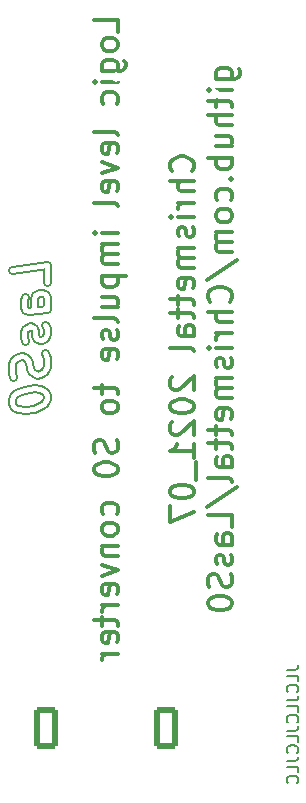
<source format=gbo>
%TF.GenerationSoftware,KiCad,Pcbnew,(5.99.0-11393-ga06b95bb1f)*%
%TF.CreationDate,2021-07-10T21:53:40+02:00*%
%TF.ProjectId,LasS0,4c617353-302e-46b6-9963-61645f706362,v0.1*%
%TF.SameCoordinates,Original*%
%TF.FileFunction,Legend,Bot*%
%TF.FilePolarity,Positive*%
%FSLAX46Y46*%
G04 Gerber Fmt 4.6, Leading zero omitted, Abs format (unit mm)*
G04 Created by KiCad (PCBNEW (5.99.0-11393-ga06b95bb1f)) date 2021-07-10 21:53:40*
%MOMM*%
%LPD*%
G01*
G04 APERTURE LIST*
G04 Aperture macros list*
%AMRoundRect*
0 Rectangle with rounded corners*
0 $1 Rounding radius*
0 $2 $3 $4 $5 $6 $7 $8 $9 X,Y pos of 4 corners*
0 Add a 4 corners polygon primitive as box body*
4,1,4,$2,$3,$4,$5,$6,$7,$8,$9,$2,$3,0*
0 Add four circle primitives for the rounded corners*
1,1,$1+$1,$2,$3*
1,1,$1+$1,$4,$5*
1,1,$1+$1,$6,$7*
1,1,$1+$1,$8,$9*
0 Add four rect primitives between the rounded corners*
20,1,$1+$1,$2,$3,$4,$5,0*
20,1,$1+$1,$4,$5,$6,$7,0*
20,1,$1+$1,$6,$7,$8,$9,0*
20,1,$1+$1,$8,$9,$2,$3,0*%
G04 Aperture macros list end*
%ADD10C,0.750000*%
%ADD11C,0.300000*%
%ADD12C,0.150000*%
%ADD13C,0.400000*%
%ADD14RoundRect,0.249999X0.790001X1.550001X-0.790001X1.550001X-0.790001X-1.550001X0.790001X-1.550001X0*%
%ADD15O,2.080000X3.600000*%
%ADD16R,1.700000X1.700000*%
%ADD17C,5.700000*%
%ADD18O,1.600000X1.600000*%
%ADD19C,1.600000*%
%ADD20RoundRect,0.249999X-0.790001X-1.550001X0.790001X-1.550001X0.790001X1.550001X-0.790001X1.550001X0*%
%ADD21O,1.700000X1.700000*%
%ADD22C,0.800000*%
G04 APERTURE END LIST*
D10*
X140977142Y-95215982D02*
X140977142Y-93787410D01*
X137977142Y-94162410D01*
X140977142Y-97501696D02*
X139405714Y-97698125D01*
X139120000Y-97590982D01*
X138977142Y-97323125D01*
X138977142Y-96751696D01*
X139120000Y-96448125D01*
X140834285Y-97519553D02*
X140977142Y-97215982D01*
X140977142Y-96501696D01*
X140834285Y-96233839D01*
X140548571Y-96126696D01*
X140262857Y-96162410D01*
X139977142Y-96340982D01*
X139834285Y-96644553D01*
X139834285Y-97358839D01*
X139691428Y-97662410D01*
X140834285Y-98805267D02*
X140977142Y-99073125D01*
X140977142Y-99644553D01*
X140834285Y-99948125D01*
X140548571Y-100126696D01*
X140405714Y-100144553D01*
X140120000Y-100037410D01*
X139977142Y-99769553D01*
X139977142Y-99340982D01*
X139834285Y-99073125D01*
X139548571Y-98965982D01*
X139405714Y-98983839D01*
X139120000Y-99162410D01*
X138977142Y-99465982D01*
X138977142Y-99894553D01*
X139120000Y-100162410D01*
X140834285Y-101233839D02*
X140977142Y-101644553D01*
X140977142Y-102358839D01*
X140834285Y-102662410D01*
X140691428Y-102823125D01*
X140405714Y-103001696D01*
X140120000Y-103037410D01*
X139834285Y-102930267D01*
X139691428Y-102805267D01*
X139548571Y-102537410D01*
X139405714Y-101983839D01*
X139262857Y-101715982D01*
X139120000Y-101590982D01*
X138834285Y-101483839D01*
X138548571Y-101519553D01*
X138262857Y-101698125D01*
X138120000Y-101858839D01*
X137977142Y-102162410D01*
X137977142Y-102876696D01*
X138120000Y-103287410D01*
X137977142Y-105162410D02*
X137977142Y-105448125D01*
X138120000Y-105715982D01*
X138262857Y-105840982D01*
X138548571Y-105948125D01*
X139120000Y-106019553D01*
X139834285Y-105930267D01*
X140405714Y-105715982D01*
X140691428Y-105537410D01*
X140834285Y-105376696D01*
X140977142Y-105073125D01*
X140977142Y-104787410D01*
X140834285Y-104519553D01*
X140691428Y-104394553D01*
X140405714Y-104287410D01*
X139834285Y-104215982D01*
X139120000Y-104305267D01*
X138548571Y-104519553D01*
X138262857Y-104698125D01*
X138120000Y-104858839D01*
X137977142Y-105162410D01*
D11*
X146952761Y-73999999D02*
X146952761Y-73047619D01*
X144952761Y-73047619D01*
X146952761Y-74952380D02*
X146857523Y-74761904D01*
X146762285Y-74666666D01*
X146571809Y-74571428D01*
X146000380Y-74571428D01*
X145809904Y-74666666D01*
X145714666Y-74761904D01*
X145619428Y-74952380D01*
X145619428Y-75238095D01*
X145714666Y-75428571D01*
X145809904Y-75523809D01*
X146000380Y-75619047D01*
X146571809Y-75619047D01*
X146762285Y-75523809D01*
X146857523Y-75428571D01*
X146952761Y-75238095D01*
X146952761Y-74952380D01*
X145619428Y-77333333D02*
X147238476Y-77333333D01*
X147428952Y-77238095D01*
X147524190Y-77142857D01*
X147619428Y-76952380D01*
X147619428Y-76666666D01*
X147524190Y-76476190D01*
X146857523Y-77333333D02*
X146952761Y-77142857D01*
X146952761Y-76761904D01*
X146857523Y-76571428D01*
X146762285Y-76476190D01*
X146571809Y-76380952D01*
X146000380Y-76380952D01*
X145809904Y-76476190D01*
X145714666Y-76571428D01*
X145619428Y-76761904D01*
X145619428Y-77142857D01*
X145714666Y-77333333D01*
X146952761Y-78285714D02*
X145619428Y-78285714D01*
X144952761Y-78285714D02*
X145048000Y-78190476D01*
X145143238Y-78285714D01*
X145048000Y-78380952D01*
X144952761Y-78285714D01*
X145143238Y-78285714D01*
X146857523Y-80095238D02*
X146952761Y-79904761D01*
X146952761Y-79523809D01*
X146857523Y-79333333D01*
X146762285Y-79238095D01*
X146571809Y-79142857D01*
X146000380Y-79142857D01*
X145809904Y-79238095D01*
X145714666Y-79333333D01*
X145619428Y-79523809D01*
X145619428Y-79904761D01*
X145714666Y-80095238D01*
X146952761Y-82761904D02*
X146857523Y-82571428D01*
X146667047Y-82476190D01*
X144952761Y-82476190D01*
X146857523Y-84285714D02*
X146952761Y-84095238D01*
X146952761Y-83714285D01*
X146857523Y-83523809D01*
X146667047Y-83428571D01*
X145905142Y-83428571D01*
X145714666Y-83523809D01*
X145619428Y-83714285D01*
X145619428Y-84095238D01*
X145714666Y-84285714D01*
X145905142Y-84380952D01*
X146095619Y-84380952D01*
X146286095Y-83428571D01*
X145619428Y-85047619D02*
X146952761Y-85523809D01*
X145619428Y-85999999D01*
X146857523Y-87523809D02*
X146952761Y-87333333D01*
X146952761Y-86952380D01*
X146857523Y-86761904D01*
X146667047Y-86666666D01*
X145905142Y-86666666D01*
X145714666Y-86761904D01*
X145619428Y-86952380D01*
X145619428Y-87333333D01*
X145714666Y-87523809D01*
X145905142Y-87619047D01*
X146095619Y-87619047D01*
X146286095Y-86666666D01*
X146952761Y-88761904D02*
X146857523Y-88571428D01*
X146667047Y-88476190D01*
X144952761Y-88476190D01*
X146952761Y-91047619D02*
X145619428Y-91047619D01*
X144952761Y-91047619D02*
X145048000Y-90952380D01*
X145143238Y-91047619D01*
X145048000Y-91142857D01*
X144952761Y-91047619D01*
X145143238Y-91047619D01*
X146952761Y-91999999D02*
X145619428Y-91999999D01*
X145809904Y-91999999D02*
X145714666Y-92095238D01*
X145619428Y-92285714D01*
X145619428Y-92571428D01*
X145714666Y-92761904D01*
X145905142Y-92857142D01*
X146952761Y-92857142D01*
X145905142Y-92857142D02*
X145714666Y-92952380D01*
X145619428Y-93142857D01*
X145619428Y-93428571D01*
X145714666Y-93619047D01*
X145905142Y-93714285D01*
X146952761Y-93714285D01*
X145619428Y-94666666D02*
X147619428Y-94666666D01*
X145714666Y-94666666D02*
X145619428Y-94857142D01*
X145619428Y-95238095D01*
X145714666Y-95428571D01*
X145809904Y-95523809D01*
X146000380Y-95619047D01*
X146571809Y-95619047D01*
X146762285Y-95523809D01*
X146857523Y-95428571D01*
X146952761Y-95238095D01*
X146952761Y-94857142D01*
X146857523Y-94666666D01*
X145619428Y-97333333D02*
X146952761Y-97333333D01*
X145619428Y-96476190D02*
X146667047Y-96476190D01*
X146857523Y-96571428D01*
X146952761Y-96761904D01*
X146952761Y-97047619D01*
X146857523Y-97238095D01*
X146762285Y-97333333D01*
X146952761Y-98571428D02*
X146857523Y-98380952D01*
X146667047Y-98285714D01*
X144952761Y-98285714D01*
X146857523Y-99238095D02*
X146952761Y-99428571D01*
X146952761Y-99809523D01*
X146857523Y-99999999D01*
X146667047Y-100095238D01*
X146571809Y-100095238D01*
X146381333Y-99999999D01*
X146286095Y-99809523D01*
X146286095Y-99523809D01*
X146190857Y-99333333D01*
X146000380Y-99238095D01*
X145905142Y-99238095D01*
X145714666Y-99333333D01*
X145619428Y-99523809D01*
X145619428Y-99809523D01*
X145714666Y-99999999D01*
X146857523Y-101714285D02*
X146952761Y-101523809D01*
X146952761Y-101142857D01*
X146857523Y-100952380D01*
X146667047Y-100857142D01*
X145905142Y-100857142D01*
X145714666Y-100952380D01*
X145619428Y-101142857D01*
X145619428Y-101523809D01*
X145714666Y-101714285D01*
X145905142Y-101809523D01*
X146095619Y-101809523D01*
X146286095Y-100857142D01*
X145619428Y-103904761D02*
X145619428Y-104666666D01*
X144952761Y-104190476D02*
X146667047Y-104190476D01*
X146857523Y-104285714D01*
X146952761Y-104476190D01*
X146952761Y-104666666D01*
X146952761Y-105619047D02*
X146857523Y-105428571D01*
X146762285Y-105333333D01*
X146571809Y-105238095D01*
X146000380Y-105238095D01*
X145809904Y-105333333D01*
X145714666Y-105428571D01*
X145619428Y-105619047D01*
X145619428Y-105904761D01*
X145714666Y-106095238D01*
X145809904Y-106190476D01*
X146000380Y-106285714D01*
X146571809Y-106285714D01*
X146762285Y-106190476D01*
X146857523Y-106095238D01*
X146952761Y-105904761D01*
X146952761Y-105619047D01*
X146857523Y-108571428D02*
X146952761Y-108857142D01*
X146952761Y-109333333D01*
X146857523Y-109523809D01*
X146762285Y-109619047D01*
X146571809Y-109714285D01*
X146381333Y-109714285D01*
X146190857Y-109619047D01*
X146095619Y-109523809D01*
X146000380Y-109333333D01*
X145905142Y-108952380D01*
X145809904Y-108761904D01*
X145714666Y-108666666D01*
X145524190Y-108571428D01*
X145333714Y-108571428D01*
X145143238Y-108666666D01*
X145048000Y-108761904D01*
X144952761Y-108952380D01*
X144952761Y-109428571D01*
X145048000Y-109714285D01*
X144952761Y-110952380D02*
X144952761Y-111142857D01*
X145048000Y-111333333D01*
X145143238Y-111428571D01*
X145333714Y-111523809D01*
X145714666Y-111619047D01*
X146190857Y-111619047D01*
X146571809Y-111523809D01*
X146762285Y-111428571D01*
X146857523Y-111333333D01*
X146952761Y-111142857D01*
X146952761Y-110952380D01*
X146857523Y-110761904D01*
X146762285Y-110666666D01*
X146571809Y-110571428D01*
X146190857Y-110476190D01*
X145714666Y-110476190D01*
X145333714Y-110571428D01*
X145143238Y-110666666D01*
X145048000Y-110761904D01*
X144952761Y-110952380D01*
X146857523Y-114857142D02*
X146952761Y-114666666D01*
X146952761Y-114285714D01*
X146857523Y-114095238D01*
X146762285Y-113999999D01*
X146571809Y-113904761D01*
X146000380Y-113904761D01*
X145809904Y-113999999D01*
X145714666Y-114095238D01*
X145619428Y-114285714D01*
X145619428Y-114666666D01*
X145714666Y-114857142D01*
X146952761Y-115999999D02*
X146857523Y-115809523D01*
X146762285Y-115714285D01*
X146571809Y-115619047D01*
X146000380Y-115619047D01*
X145809904Y-115714285D01*
X145714666Y-115809523D01*
X145619428Y-115999999D01*
X145619428Y-116285714D01*
X145714666Y-116476190D01*
X145809904Y-116571428D01*
X146000380Y-116666666D01*
X146571809Y-116666666D01*
X146762285Y-116571428D01*
X146857523Y-116476190D01*
X146952761Y-116285714D01*
X146952761Y-115999999D01*
X145619428Y-117523809D02*
X146952761Y-117523809D01*
X145809904Y-117523809D02*
X145714666Y-117619047D01*
X145619428Y-117809523D01*
X145619428Y-118095238D01*
X145714666Y-118285714D01*
X145905142Y-118380952D01*
X146952761Y-118380952D01*
X145619428Y-119142857D02*
X146952761Y-119619047D01*
X145619428Y-120095238D01*
X146857523Y-121619047D02*
X146952761Y-121428571D01*
X146952761Y-121047619D01*
X146857523Y-120857142D01*
X146667047Y-120761904D01*
X145905142Y-120761904D01*
X145714666Y-120857142D01*
X145619428Y-121047619D01*
X145619428Y-121428571D01*
X145714666Y-121619047D01*
X145905142Y-121714285D01*
X146095619Y-121714285D01*
X146286095Y-120761904D01*
X146952761Y-122571428D02*
X145619428Y-122571428D01*
X146000380Y-122571428D02*
X145809904Y-122666666D01*
X145714666Y-122761904D01*
X145619428Y-122952380D01*
X145619428Y-123142857D01*
X145619428Y-123523809D02*
X145619428Y-124285714D01*
X144952761Y-123809523D02*
X146667047Y-123809523D01*
X146857523Y-123904761D01*
X146952761Y-124095238D01*
X146952761Y-124285714D01*
X146857523Y-125714285D02*
X146952761Y-125523809D01*
X146952761Y-125142857D01*
X146857523Y-124952380D01*
X146667047Y-124857142D01*
X145905142Y-124857142D01*
X145714666Y-124952380D01*
X145619428Y-125142857D01*
X145619428Y-125523809D01*
X145714666Y-125714285D01*
X145905142Y-125809523D01*
X146095619Y-125809523D01*
X146286095Y-124857142D01*
X146952761Y-126666666D02*
X145619428Y-126666666D01*
X146000380Y-126666666D02*
X145809904Y-126761904D01*
X145714666Y-126857142D01*
X145619428Y-127047619D01*
X145619428Y-127238095D01*
X153202285Y-85809523D02*
X153297523Y-85714285D01*
X153392761Y-85428571D01*
X153392761Y-85238095D01*
X153297523Y-84952380D01*
X153107047Y-84761904D01*
X152916571Y-84666666D01*
X152535619Y-84571428D01*
X152249904Y-84571428D01*
X151868952Y-84666666D01*
X151678476Y-84761904D01*
X151488000Y-84952380D01*
X151392761Y-85238095D01*
X151392761Y-85428571D01*
X151488000Y-85714285D01*
X151583238Y-85809523D01*
X153392761Y-86666666D02*
X151392761Y-86666666D01*
X153392761Y-87523809D02*
X152345142Y-87523809D01*
X152154666Y-87428571D01*
X152059428Y-87238095D01*
X152059428Y-86952380D01*
X152154666Y-86761904D01*
X152249904Y-86666666D01*
X153392761Y-88476190D02*
X152059428Y-88476190D01*
X152440380Y-88476190D02*
X152249904Y-88571428D01*
X152154666Y-88666666D01*
X152059428Y-88857142D01*
X152059428Y-89047619D01*
X153392761Y-89714285D02*
X152059428Y-89714285D01*
X151392761Y-89714285D02*
X151488000Y-89619047D01*
X151583238Y-89714285D01*
X151488000Y-89809523D01*
X151392761Y-89714285D01*
X151583238Y-89714285D01*
X153297523Y-90571428D02*
X153392761Y-90761904D01*
X153392761Y-91142857D01*
X153297523Y-91333333D01*
X153107047Y-91428571D01*
X153011809Y-91428571D01*
X152821333Y-91333333D01*
X152726095Y-91142857D01*
X152726095Y-90857142D01*
X152630857Y-90666666D01*
X152440380Y-90571428D01*
X152345142Y-90571428D01*
X152154666Y-90666666D01*
X152059428Y-90857142D01*
X152059428Y-91142857D01*
X152154666Y-91333333D01*
X153392761Y-92285714D02*
X152059428Y-92285714D01*
X152249904Y-92285714D02*
X152154666Y-92380952D01*
X152059428Y-92571428D01*
X152059428Y-92857142D01*
X152154666Y-93047619D01*
X152345142Y-93142857D01*
X153392761Y-93142857D01*
X152345142Y-93142857D02*
X152154666Y-93238095D01*
X152059428Y-93428571D01*
X152059428Y-93714285D01*
X152154666Y-93904761D01*
X152345142Y-94000000D01*
X153392761Y-94000000D01*
X153297523Y-95714285D02*
X153392761Y-95523809D01*
X153392761Y-95142857D01*
X153297523Y-94952380D01*
X153107047Y-94857142D01*
X152345142Y-94857142D01*
X152154666Y-94952380D01*
X152059428Y-95142857D01*
X152059428Y-95523809D01*
X152154666Y-95714285D01*
X152345142Y-95809523D01*
X152535619Y-95809523D01*
X152726095Y-94857142D01*
X152059428Y-96380952D02*
X152059428Y-97142857D01*
X151392761Y-96666666D02*
X153107047Y-96666666D01*
X153297523Y-96761904D01*
X153392761Y-96952380D01*
X153392761Y-97142857D01*
X152059428Y-97523809D02*
X152059428Y-98285714D01*
X151392761Y-97809523D02*
X153107047Y-97809523D01*
X153297523Y-97904761D01*
X153392761Y-98095238D01*
X153392761Y-98285714D01*
X153392761Y-99809523D02*
X152345142Y-99809523D01*
X152154666Y-99714285D01*
X152059428Y-99523809D01*
X152059428Y-99142857D01*
X152154666Y-98952380D01*
X153297523Y-99809523D02*
X153392761Y-99619047D01*
X153392761Y-99142857D01*
X153297523Y-98952380D01*
X153107047Y-98857142D01*
X152916571Y-98857142D01*
X152726095Y-98952380D01*
X152630857Y-99142857D01*
X152630857Y-99619047D01*
X152535619Y-99809523D01*
X153392761Y-101047619D02*
X153297523Y-100857142D01*
X153107047Y-100761904D01*
X151392761Y-100761904D01*
X151583238Y-103238095D02*
X151488000Y-103333333D01*
X151392761Y-103523809D01*
X151392761Y-104000000D01*
X151488000Y-104190476D01*
X151583238Y-104285714D01*
X151773714Y-104380952D01*
X151964190Y-104380952D01*
X152249904Y-104285714D01*
X153392761Y-103142857D01*
X153392761Y-104380952D01*
X151392761Y-105619047D02*
X151392761Y-105809523D01*
X151488000Y-106000000D01*
X151583238Y-106095238D01*
X151773714Y-106190476D01*
X152154666Y-106285714D01*
X152630857Y-106285714D01*
X153011809Y-106190476D01*
X153202285Y-106095238D01*
X153297523Y-106000000D01*
X153392761Y-105809523D01*
X153392761Y-105619047D01*
X153297523Y-105428571D01*
X153202285Y-105333333D01*
X153011809Y-105238095D01*
X152630857Y-105142857D01*
X152154666Y-105142857D01*
X151773714Y-105238095D01*
X151583238Y-105333333D01*
X151488000Y-105428571D01*
X151392761Y-105619047D01*
X151583238Y-107047619D02*
X151488000Y-107142857D01*
X151392761Y-107333333D01*
X151392761Y-107809523D01*
X151488000Y-108000000D01*
X151583238Y-108095238D01*
X151773714Y-108190476D01*
X151964190Y-108190476D01*
X152249904Y-108095238D01*
X153392761Y-106952380D01*
X153392761Y-108190476D01*
X153392761Y-110095238D02*
X153392761Y-108952380D01*
X153392761Y-109523809D02*
X151392761Y-109523809D01*
X151678476Y-109333333D01*
X151868952Y-109142857D01*
X151964190Y-108952380D01*
X153583238Y-110476190D02*
X153583238Y-112000000D01*
X151392761Y-112857142D02*
X151392761Y-113047619D01*
X151488000Y-113238095D01*
X151583238Y-113333333D01*
X151773714Y-113428571D01*
X152154666Y-113523809D01*
X152630857Y-113523809D01*
X153011809Y-113428571D01*
X153202285Y-113333333D01*
X153297523Y-113238095D01*
X153392761Y-113047619D01*
X153392761Y-112857142D01*
X153297523Y-112666666D01*
X153202285Y-112571428D01*
X153011809Y-112476190D01*
X152630857Y-112380952D01*
X152154666Y-112380952D01*
X151773714Y-112476190D01*
X151583238Y-112571428D01*
X151488000Y-112666666D01*
X151392761Y-112857142D01*
X151392761Y-114190476D02*
X151392761Y-115523809D01*
X153392761Y-114666666D01*
X155279428Y-78000000D02*
X156898476Y-78000000D01*
X157088952Y-77904761D01*
X157184190Y-77809523D01*
X157279428Y-77619047D01*
X157279428Y-77333333D01*
X157184190Y-77142857D01*
X156517523Y-78000000D02*
X156612761Y-77809523D01*
X156612761Y-77428571D01*
X156517523Y-77238095D01*
X156422285Y-77142857D01*
X156231809Y-77047619D01*
X155660380Y-77047619D01*
X155469904Y-77142857D01*
X155374666Y-77238095D01*
X155279428Y-77428571D01*
X155279428Y-77809523D01*
X155374666Y-78000000D01*
X156612761Y-78952380D02*
X155279428Y-78952380D01*
X154612761Y-78952380D02*
X154708000Y-78857142D01*
X154803238Y-78952380D01*
X154708000Y-79047619D01*
X154612761Y-78952380D01*
X154803238Y-78952380D01*
X155279428Y-79619047D02*
X155279428Y-80380952D01*
X154612761Y-79904761D02*
X156327047Y-79904761D01*
X156517523Y-80000000D01*
X156612761Y-80190476D01*
X156612761Y-80380952D01*
X156612761Y-81047619D02*
X154612761Y-81047619D01*
X156612761Y-81904761D02*
X155565142Y-81904761D01*
X155374666Y-81809523D01*
X155279428Y-81619047D01*
X155279428Y-81333333D01*
X155374666Y-81142857D01*
X155469904Y-81047619D01*
X155279428Y-83714285D02*
X156612761Y-83714285D01*
X155279428Y-82857142D02*
X156327047Y-82857142D01*
X156517523Y-82952380D01*
X156612761Y-83142857D01*
X156612761Y-83428571D01*
X156517523Y-83619047D01*
X156422285Y-83714285D01*
X156612761Y-84666666D02*
X154612761Y-84666666D01*
X155374666Y-84666666D02*
X155279428Y-84857142D01*
X155279428Y-85238095D01*
X155374666Y-85428571D01*
X155469904Y-85523809D01*
X155660380Y-85619047D01*
X156231809Y-85619047D01*
X156422285Y-85523809D01*
X156517523Y-85428571D01*
X156612761Y-85238095D01*
X156612761Y-84857142D01*
X156517523Y-84666666D01*
X156422285Y-86476190D02*
X156517523Y-86571428D01*
X156612761Y-86476190D01*
X156517523Y-86380952D01*
X156422285Y-86476190D01*
X156612761Y-86476190D01*
X156517523Y-88285714D02*
X156612761Y-88095238D01*
X156612761Y-87714285D01*
X156517523Y-87523809D01*
X156422285Y-87428571D01*
X156231809Y-87333333D01*
X155660380Y-87333333D01*
X155469904Y-87428571D01*
X155374666Y-87523809D01*
X155279428Y-87714285D01*
X155279428Y-88095238D01*
X155374666Y-88285714D01*
X156612761Y-89428571D02*
X156517523Y-89238095D01*
X156422285Y-89142857D01*
X156231809Y-89047619D01*
X155660380Y-89047619D01*
X155469904Y-89142857D01*
X155374666Y-89238095D01*
X155279428Y-89428571D01*
X155279428Y-89714285D01*
X155374666Y-89904761D01*
X155469904Y-90000000D01*
X155660380Y-90095238D01*
X156231809Y-90095238D01*
X156422285Y-90000000D01*
X156517523Y-89904761D01*
X156612761Y-89714285D01*
X156612761Y-89428571D01*
X156612761Y-90952380D02*
X155279428Y-90952380D01*
X155469904Y-90952380D02*
X155374666Y-91047619D01*
X155279428Y-91238095D01*
X155279428Y-91523809D01*
X155374666Y-91714285D01*
X155565142Y-91809523D01*
X156612761Y-91809523D01*
X155565142Y-91809523D02*
X155374666Y-91904761D01*
X155279428Y-92095238D01*
X155279428Y-92380952D01*
X155374666Y-92571428D01*
X155565142Y-92666666D01*
X156612761Y-92666666D01*
X154517523Y-95047619D02*
X157088952Y-93333333D01*
X156422285Y-96857142D02*
X156517523Y-96761904D01*
X156612761Y-96476190D01*
X156612761Y-96285714D01*
X156517523Y-96000000D01*
X156327047Y-95809523D01*
X156136571Y-95714285D01*
X155755619Y-95619047D01*
X155469904Y-95619047D01*
X155088952Y-95714285D01*
X154898476Y-95809523D01*
X154708000Y-96000000D01*
X154612761Y-96285714D01*
X154612761Y-96476190D01*
X154708000Y-96761904D01*
X154803238Y-96857142D01*
X156612761Y-97714285D02*
X154612761Y-97714285D01*
X156612761Y-98571428D02*
X155565142Y-98571428D01*
X155374666Y-98476190D01*
X155279428Y-98285714D01*
X155279428Y-98000000D01*
X155374666Y-97809523D01*
X155469904Y-97714285D01*
X156612761Y-99523809D02*
X155279428Y-99523809D01*
X155660380Y-99523809D02*
X155469904Y-99619047D01*
X155374666Y-99714285D01*
X155279428Y-99904761D01*
X155279428Y-100095238D01*
X156612761Y-100761904D02*
X155279428Y-100761904D01*
X154612761Y-100761904D02*
X154708000Y-100666666D01*
X154803238Y-100761904D01*
X154708000Y-100857142D01*
X154612761Y-100761904D01*
X154803238Y-100761904D01*
X156517523Y-101619047D02*
X156612761Y-101809523D01*
X156612761Y-102190476D01*
X156517523Y-102380952D01*
X156327047Y-102476190D01*
X156231809Y-102476190D01*
X156041333Y-102380952D01*
X155946095Y-102190476D01*
X155946095Y-101904761D01*
X155850857Y-101714285D01*
X155660380Y-101619047D01*
X155565142Y-101619047D01*
X155374666Y-101714285D01*
X155279428Y-101904761D01*
X155279428Y-102190476D01*
X155374666Y-102380952D01*
X156612761Y-103333333D02*
X155279428Y-103333333D01*
X155469904Y-103333333D02*
X155374666Y-103428571D01*
X155279428Y-103619047D01*
X155279428Y-103904761D01*
X155374666Y-104095238D01*
X155565142Y-104190476D01*
X156612761Y-104190476D01*
X155565142Y-104190476D02*
X155374666Y-104285714D01*
X155279428Y-104476190D01*
X155279428Y-104761904D01*
X155374666Y-104952380D01*
X155565142Y-105047619D01*
X156612761Y-105047619D01*
X156517523Y-106761904D02*
X156612761Y-106571428D01*
X156612761Y-106190476D01*
X156517523Y-106000000D01*
X156327047Y-105904761D01*
X155565142Y-105904761D01*
X155374666Y-106000000D01*
X155279428Y-106190476D01*
X155279428Y-106571428D01*
X155374666Y-106761904D01*
X155565142Y-106857142D01*
X155755619Y-106857142D01*
X155946095Y-105904761D01*
X155279428Y-107428571D02*
X155279428Y-108190476D01*
X154612761Y-107714285D02*
X156327047Y-107714285D01*
X156517523Y-107809523D01*
X156612761Y-108000000D01*
X156612761Y-108190476D01*
X155279428Y-108571428D02*
X155279428Y-109333333D01*
X154612761Y-108857142D02*
X156327047Y-108857142D01*
X156517523Y-108952380D01*
X156612761Y-109142857D01*
X156612761Y-109333333D01*
X156612761Y-110857142D02*
X155565142Y-110857142D01*
X155374666Y-110761904D01*
X155279428Y-110571428D01*
X155279428Y-110190476D01*
X155374666Y-110000000D01*
X156517523Y-110857142D02*
X156612761Y-110666666D01*
X156612761Y-110190476D01*
X156517523Y-110000000D01*
X156327047Y-109904761D01*
X156136571Y-109904761D01*
X155946095Y-110000000D01*
X155850857Y-110190476D01*
X155850857Y-110666666D01*
X155755619Y-110857142D01*
X156612761Y-112095238D02*
X156517523Y-111904761D01*
X156327047Y-111809523D01*
X154612761Y-111809523D01*
X154517523Y-114285714D02*
X157088952Y-112571428D01*
X156612761Y-115904761D02*
X156612761Y-114952380D01*
X154612761Y-114952380D01*
X156612761Y-117428571D02*
X155565142Y-117428571D01*
X155374666Y-117333333D01*
X155279428Y-117142857D01*
X155279428Y-116761904D01*
X155374666Y-116571428D01*
X156517523Y-117428571D02*
X156612761Y-117238095D01*
X156612761Y-116761904D01*
X156517523Y-116571428D01*
X156327047Y-116476190D01*
X156136571Y-116476190D01*
X155946095Y-116571428D01*
X155850857Y-116761904D01*
X155850857Y-117238095D01*
X155755619Y-117428571D01*
X156517523Y-118285714D02*
X156612761Y-118476190D01*
X156612761Y-118857142D01*
X156517523Y-119047619D01*
X156327047Y-119142857D01*
X156231809Y-119142857D01*
X156041333Y-119047619D01*
X155946095Y-118857142D01*
X155946095Y-118571428D01*
X155850857Y-118380952D01*
X155660380Y-118285714D01*
X155565142Y-118285714D01*
X155374666Y-118380952D01*
X155279428Y-118571428D01*
X155279428Y-118857142D01*
X155374666Y-119047619D01*
X156517523Y-119904761D02*
X156612761Y-120190476D01*
X156612761Y-120666666D01*
X156517523Y-120857142D01*
X156422285Y-120952380D01*
X156231809Y-121047619D01*
X156041333Y-121047619D01*
X155850857Y-120952380D01*
X155755619Y-120857142D01*
X155660380Y-120666666D01*
X155565142Y-120285714D01*
X155469904Y-120095238D01*
X155374666Y-120000000D01*
X155184190Y-119904761D01*
X154993714Y-119904761D01*
X154803238Y-120000000D01*
X154708000Y-120095238D01*
X154612761Y-120285714D01*
X154612761Y-120761904D01*
X154708000Y-121047619D01*
X154612761Y-122285714D02*
X154612761Y-122476190D01*
X154708000Y-122666666D01*
X154803238Y-122761904D01*
X154993714Y-122857142D01*
X155374666Y-122952380D01*
X155850857Y-122952380D01*
X156231809Y-122857142D01*
X156422285Y-122761904D01*
X156517523Y-122666666D01*
X156612761Y-122476190D01*
X156612761Y-122285714D01*
X156517523Y-122095238D01*
X156422285Y-121999999D01*
X156231809Y-121904761D01*
X155850857Y-121809523D01*
X155374666Y-121809523D01*
X154993714Y-121904761D01*
X154803238Y-121999999D01*
X154708000Y-122095238D01*
X154612761Y-122285714D01*
D12*
X161252380Y-128046952D02*
X161966666Y-128046952D01*
X162109523Y-127999333D01*
X162204761Y-127904095D01*
X162252380Y-127761238D01*
X162252380Y-127666000D01*
X162252380Y-128999333D02*
X162252380Y-128523142D01*
X161252380Y-128523142D01*
X162157142Y-129904095D02*
X162204761Y-129856476D01*
X162252380Y-129713619D01*
X162252380Y-129618380D01*
X162204761Y-129475523D01*
X162109523Y-129380285D01*
X162014285Y-129332666D01*
X161823809Y-129285047D01*
X161680952Y-129285047D01*
X161490476Y-129332666D01*
X161395238Y-129380285D01*
X161300000Y-129475523D01*
X161252380Y-129618380D01*
X161252380Y-129713619D01*
X161300000Y-129856476D01*
X161347619Y-129904095D01*
X161252380Y-130618380D02*
X161966666Y-130618380D01*
X162109523Y-130570761D01*
X162204761Y-130475523D01*
X162252380Y-130332666D01*
X162252380Y-130237428D01*
X162252380Y-131570761D02*
X162252380Y-131094571D01*
X161252380Y-131094571D01*
X162157142Y-132475523D02*
X162204761Y-132427904D01*
X162252380Y-132285047D01*
X162252380Y-132189809D01*
X162204761Y-132046952D01*
X162109523Y-131951714D01*
X162014285Y-131904095D01*
X161823809Y-131856476D01*
X161680952Y-131856476D01*
X161490476Y-131904095D01*
X161395238Y-131951714D01*
X161300000Y-132046952D01*
X161252380Y-132189809D01*
X161252380Y-132285047D01*
X161300000Y-132427904D01*
X161347619Y-132475523D01*
X161252380Y-133189809D02*
X161966666Y-133189809D01*
X162109523Y-133142190D01*
X162204761Y-133046952D01*
X162252380Y-132904095D01*
X162252380Y-132808857D01*
X162252380Y-134142190D02*
X162252380Y-133666000D01*
X161252380Y-133666000D01*
X162157142Y-135046952D02*
X162204761Y-134999333D01*
X162252380Y-134856476D01*
X162252380Y-134761238D01*
X162204761Y-134618380D01*
X162109523Y-134523142D01*
X162014285Y-134475523D01*
X161823809Y-134427904D01*
X161680952Y-134427904D01*
X161490476Y-134475523D01*
X161395238Y-134523142D01*
X161300000Y-134618380D01*
X161252380Y-134761238D01*
X161252380Y-134856476D01*
X161300000Y-134999333D01*
X161347619Y-135046952D01*
X161252380Y-135761238D02*
X161966666Y-135761238D01*
X162109523Y-135713619D01*
X162204761Y-135618380D01*
X162252380Y-135475523D01*
X162252380Y-135380285D01*
X162252380Y-136713619D02*
X162252380Y-136237428D01*
X161252380Y-136237428D01*
X162157142Y-137618380D02*
X162204761Y-137570761D01*
X162252380Y-137427904D01*
X162252380Y-137332666D01*
X162204761Y-137189809D01*
X162109523Y-137094571D01*
X162014285Y-137046952D01*
X161823809Y-136999333D01*
X161680952Y-136999333D01*
X161490476Y-137046952D01*
X161395238Y-137094571D01*
X161300000Y-137189809D01*
X161252380Y-137332666D01*
X161252380Y-137427904D01*
X161300000Y-137570761D01*
X161347619Y-137618380D01*
%LPC*%
D13*
X140977142Y-95215982D02*
X140977142Y-93787410D01*
X137977142Y-94162410D01*
X140977142Y-97501696D02*
X139405714Y-97698125D01*
X139120000Y-97590982D01*
X138977142Y-97323125D01*
X138977142Y-96751696D01*
X139120000Y-96448125D01*
X140834285Y-97519553D02*
X140977142Y-97215982D01*
X140977142Y-96501696D01*
X140834285Y-96233839D01*
X140548571Y-96126696D01*
X140262857Y-96162410D01*
X139977142Y-96340982D01*
X139834285Y-96644553D01*
X139834285Y-97358839D01*
X139691428Y-97662410D01*
X140834285Y-98805267D02*
X140977142Y-99073125D01*
X140977142Y-99644553D01*
X140834285Y-99948125D01*
X140548571Y-100126696D01*
X140405714Y-100144553D01*
X140120000Y-100037410D01*
X139977142Y-99769553D01*
X139977142Y-99340982D01*
X139834285Y-99073125D01*
X139548571Y-98965982D01*
X139405714Y-98983839D01*
X139120000Y-99162410D01*
X138977142Y-99465982D01*
X138977142Y-99894553D01*
X139120000Y-100162410D01*
X140834285Y-101233839D02*
X140977142Y-101644553D01*
X140977142Y-102358839D01*
X140834285Y-102662410D01*
X140691428Y-102823125D01*
X140405714Y-103001696D01*
X140120000Y-103037410D01*
X139834285Y-102930267D01*
X139691428Y-102805267D01*
X139548571Y-102537410D01*
X139405714Y-101983839D01*
X139262857Y-101715982D01*
X139120000Y-101590982D01*
X138834285Y-101483839D01*
X138548571Y-101519553D01*
X138262857Y-101698125D01*
X138120000Y-101858839D01*
X137977142Y-102162410D01*
X137977142Y-102876696D01*
X138120000Y-103287410D01*
X137977142Y-105162410D02*
X137977142Y-105448125D01*
X138120000Y-105715982D01*
X138262857Y-105840982D01*
X138548571Y-105948125D01*
X139120000Y-106019553D01*
X139834285Y-105930267D01*
X140405714Y-105715982D01*
X140691428Y-105537410D01*
X140834285Y-105376696D01*
X140977142Y-105073125D01*
X140977142Y-104787410D01*
X140834285Y-104519553D01*
X140691428Y-104394553D01*
X140405714Y-104287410D01*
X139834285Y-104215982D01*
X139120000Y-104305267D01*
X138548571Y-104519553D01*
X138262857Y-104698125D01*
X138120000Y-104858839D01*
X137977142Y-105162410D01*
D14*
%TO.C,J3*%
X145970000Y-66990000D03*
D15*
X140890000Y-66990000D03*
%TD*%
D16*
%TO.C,J10*%
X135638000Y-92788000D03*
%TD*%
%TO.C,J6*%
X135638000Y-90121000D03*
%TD*%
%TO.C,J9*%
X161292000Y-81612000D03*
%TD*%
%TO.C,J7*%
X161292000Y-76532000D03*
%TD*%
D17*
%TO.C,H2*%
X136860000Y-127990000D03*
%TD*%
D14*
%TO.C,J4*%
X156130000Y-66990000D03*
D15*
X151050000Y-66990000D03*
%TD*%
D16*
%TO.C,J8*%
X161292000Y-79072000D03*
%TD*%
D18*
%TO.C,LOGO1*%
X158544800Y-96215400D03*
D19*
X158544800Y-103835400D03*
%TD*%
D20*
%TO.C,J1*%
X140890000Y-132990000D03*
D15*
X145970000Y-132990000D03*
%TD*%
D16*
%TO.C,J5*%
X141759400Y-81358000D03*
D21*
X144299400Y-81358000D03*
X141759400Y-83898000D03*
X144299400Y-83898000D03*
X141759400Y-86438000D03*
X144299400Y-86438000D03*
%TD*%
D20*
%TO.C,J2*%
X151050000Y-132990000D03*
D15*
X156130000Y-132990000D03*
%TD*%
D17*
%TO.C,H1*%
X160160000Y-72000000D03*
%TD*%
D22*
X149100000Y-98122000D03*
X138940000Y-75770000D03*
X157609000Y-125427000D03*
X135257000Y-78183000D03*
X160956000Y-113970000D03*
X155450000Y-74627000D03*
X140718000Y-75770000D03*
X140636000Y-117399000D03*
X147748000Y-83363000D03*
X158117000Y-83644000D03*
X149658800Y-111507800D03*
X139956000Y-95582000D03*
X160276000Y-89232000D03*
X151894000Y-73103000D03*
X146814000Y-77859989D03*
X151225900Y-79232100D03*
X152021000Y-76659000D03*
X155196000Y-79326000D03*
X150878000Y-80596000D03*
M02*

</source>
